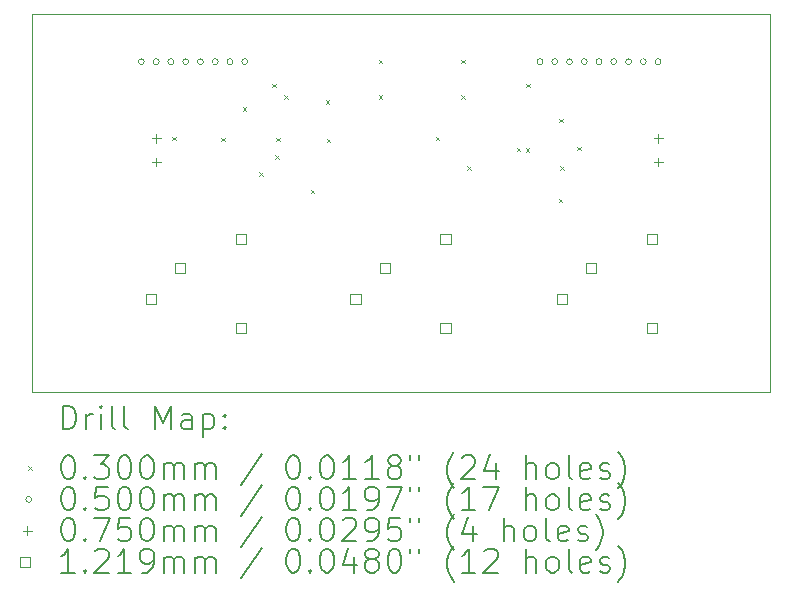
<source format=gbr>
%TF.GenerationSoftware,KiCad,Pcbnew,9.0.0*%
%TF.CreationDate,2025-03-21T14:48:59+11:00*%
%TF.ProjectId,PCB_BackDesign,5043425f-4261-4636-9b44-657369676e2e,rev?*%
%TF.SameCoordinates,Original*%
%TF.FileFunction,Drillmap*%
%TF.FilePolarity,Positive*%
%FSLAX45Y45*%
G04 Gerber Fmt 4.5, Leading zero omitted, Abs format (unit mm)*
G04 Created by KiCad (PCBNEW 9.0.0) date 2025-03-21 14:48:59*
%MOMM*%
%LPD*%
G01*
G04 APERTURE LIST*
%ADD10C,0.050000*%
%ADD11C,0.200000*%
%ADD12C,0.100000*%
%ADD13C,0.121920*%
G04 APERTURE END LIST*
D10*
X17200000Y-6700000D02*
X17200000Y-9900000D01*
X10950000Y-6700000D02*
X17200000Y-6700000D01*
X17200000Y-9900000D02*
X10950000Y-9900000D01*
X10950000Y-9900000D02*
X10950000Y-6700000D01*
D11*
D12*
X12135000Y-7735000D02*
X12165000Y-7765000D01*
X12165000Y-7735000D02*
X12135000Y-7765000D01*
X12549500Y-7746000D02*
X12579500Y-7776000D01*
X12579500Y-7746000D02*
X12549500Y-7776000D01*
X12735000Y-7485000D02*
X12765000Y-7515000D01*
X12765000Y-7485000D02*
X12735000Y-7515000D01*
X12872583Y-8035653D02*
X12902583Y-8065653D01*
X12902583Y-8035653D02*
X12872583Y-8065653D01*
X12985000Y-7285000D02*
X13015000Y-7315000D01*
X13015000Y-7285000D02*
X12985000Y-7315000D01*
X13006250Y-7892250D02*
X13036250Y-7922250D01*
X13036250Y-7892250D02*
X13006250Y-7922250D01*
X13017000Y-7742250D02*
X13047000Y-7772250D01*
X13047000Y-7742250D02*
X13017000Y-7772250D01*
X13085000Y-7385000D02*
X13115000Y-7415000D01*
X13115000Y-7385000D02*
X13085000Y-7415000D01*
X13310000Y-8185000D02*
X13340000Y-8215000D01*
X13340000Y-8185000D02*
X13310000Y-8215000D01*
X13435000Y-7425000D02*
X13465000Y-7455000D01*
X13465000Y-7425000D02*
X13435000Y-7455000D01*
X13445750Y-7753250D02*
X13475750Y-7783250D01*
X13475750Y-7753250D02*
X13445750Y-7783250D01*
X13885000Y-7085000D02*
X13915000Y-7115000D01*
X13915000Y-7085000D02*
X13885000Y-7115000D01*
X13885000Y-7385000D02*
X13915000Y-7415000D01*
X13915000Y-7385000D02*
X13885000Y-7415000D01*
X14367188Y-7735000D02*
X14397188Y-7765000D01*
X14397188Y-7735000D02*
X14367188Y-7765000D01*
X14585000Y-7085000D02*
X14615000Y-7115000D01*
X14615000Y-7085000D02*
X14585000Y-7115000D01*
X14585000Y-7385000D02*
X14615000Y-7415000D01*
X14615000Y-7385000D02*
X14585000Y-7415000D01*
X14634688Y-7985243D02*
X14664688Y-8015243D01*
X14664688Y-7985243D02*
X14634688Y-8015243D01*
X15054500Y-7827079D02*
X15084500Y-7857079D01*
X15084500Y-7827079D02*
X15054500Y-7857079D01*
X15127563Y-7835178D02*
X15157563Y-7865178D01*
X15157563Y-7835178D02*
X15127563Y-7865178D01*
X15135000Y-7285000D02*
X15165000Y-7315000D01*
X15165000Y-7285000D02*
X15135000Y-7315000D01*
X15410000Y-8260000D02*
X15440000Y-8290000D01*
X15440000Y-8260000D02*
X15410000Y-8290000D01*
X15415063Y-7585000D02*
X15445063Y-7615000D01*
X15445063Y-7585000D02*
X15415063Y-7615000D01*
X15420000Y-7985000D02*
X15450000Y-8015000D01*
X15450000Y-7985000D02*
X15420000Y-8015000D01*
X15565063Y-7820000D02*
X15595063Y-7850000D01*
X15595063Y-7820000D02*
X15565063Y-7850000D01*
X11900000Y-7100000D02*
G75*
G02*
X11850000Y-7100000I-25000J0D01*
G01*
X11850000Y-7100000D02*
G75*
G02*
X11900000Y-7100000I25000J0D01*
G01*
X12025000Y-7100000D02*
G75*
G02*
X11975000Y-7100000I-25000J0D01*
G01*
X11975000Y-7100000D02*
G75*
G02*
X12025000Y-7100000I25000J0D01*
G01*
X12150000Y-7100000D02*
G75*
G02*
X12100000Y-7100000I-25000J0D01*
G01*
X12100000Y-7100000D02*
G75*
G02*
X12150000Y-7100000I25000J0D01*
G01*
X12275000Y-7100000D02*
G75*
G02*
X12225000Y-7100000I-25000J0D01*
G01*
X12225000Y-7100000D02*
G75*
G02*
X12275000Y-7100000I25000J0D01*
G01*
X12400000Y-7100000D02*
G75*
G02*
X12350000Y-7100000I-25000J0D01*
G01*
X12350000Y-7100000D02*
G75*
G02*
X12400000Y-7100000I25000J0D01*
G01*
X12525000Y-7100000D02*
G75*
G02*
X12475000Y-7100000I-25000J0D01*
G01*
X12475000Y-7100000D02*
G75*
G02*
X12525000Y-7100000I25000J0D01*
G01*
X12650000Y-7100000D02*
G75*
G02*
X12600000Y-7100000I-25000J0D01*
G01*
X12600000Y-7100000D02*
G75*
G02*
X12650000Y-7100000I25000J0D01*
G01*
X12775000Y-7100000D02*
G75*
G02*
X12725000Y-7100000I-25000J0D01*
G01*
X12725000Y-7100000D02*
G75*
G02*
X12775000Y-7100000I25000J0D01*
G01*
X15275000Y-7100000D02*
G75*
G02*
X15225000Y-7100000I-25000J0D01*
G01*
X15225000Y-7100000D02*
G75*
G02*
X15275000Y-7100000I25000J0D01*
G01*
X15400000Y-7100000D02*
G75*
G02*
X15350000Y-7100000I-25000J0D01*
G01*
X15350000Y-7100000D02*
G75*
G02*
X15400000Y-7100000I25000J0D01*
G01*
X15525000Y-7100000D02*
G75*
G02*
X15475000Y-7100000I-25000J0D01*
G01*
X15475000Y-7100000D02*
G75*
G02*
X15525000Y-7100000I25000J0D01*
G01*
X15650000Y-7100000D02*
G75*
G02*
X15600000Y-7100000I-25000J0D01*
G01*
X15600000Y-7100000D02*
G75*
G02*
X15650000Y-7100000I25000J0D01*
G01*
X15775000Y-7100000D02*
G75*
G02*
X15725000Y-7100000I-25000J0D01*
G01*
X15725000Y-7100000D02*
G75*
G02*
X15775000Y-7100000I25000J0D01*
G01*
X15900000Y-7100000D02*
G75*
G02*
X15850000Y-7100000I-25000J0D01*
G01*
X15850000Y-7100000D02*
G75*
G02*
X15900000Y-7100000I25000J0D01*
G01*
X16025000Y-7100000D02*
G75*
G02*
X15975000Y-7100000I-25000J0D01*
G01*
X15975000Y-7100000D02*
G75*
G02*
X16025000Y-7100000I25000J0D01*
G01*
X16150000Y-7100000D02*
G75*
G02*
X16100000Y-7100000I-25000J0D01*
G01*
X16100000Y-7100000D02*
G75*
G02*
X16150000Y-7100000I25000J0D01*
G01*
X16275000Y-7100000D02*
G75*
G02*
X16225000Y-7100000I-25000J0D01*
G01*
X16225000Y-7100000D02*
G75*
G02*
X16275000Y-7100000I25000J0D01*
G01*
X12000000Y-7712500D02*
X12000000Y-7787500D01*
X11962500Y-7750000D02*
X12037500Y-7750000D01*
X12000000Y-7912500D02*
X12000000Y-7987500D01*
X11962500Y-7950000D02*
X12037500Y-7950000D01*
X16250000Y-7712500D02*
X16250000Y-7787500D01*
X16212500Y-7750000D02*
X16287500Y-7750000D01*
X16250000Y-7912500D02*
X16250000Y-7987500D01*
X16212500Y-7950000D02*
X16287500Y-7950000D01*
D13*
X11996726Y-9151106D02*
X11996726Y-9064894D01*
X11910514Y-9064894D01*
X11910514Y-9151106D01*
X11996726Y-9151106D01*
X12243106Y-8889486D02*
X12243106Y-8803274D01*
X12156894Y-8803274D01*
X12156894Y-8889486D01*
X12243106Y-8889486D01*
X12758726Y-8643106D02*
X12758726Y-8556894D01*
X12672514Y-8556894D01*
X12672514Y-8643106D01*
X12758726Y-8643106D01*
X12758726Y-9397486D02*
X12758726Y-9311274D01*
X12672514Y-9311274D01*
X12672514Y-9397486D01*
X12758726Y-9397486D01*
X13731106Y-9154726D02*
X13731106Y-9068514D01*
X13644894Y-9068514D01*
X13644894Y-9154726D01*
X13731106Y-9154726D01*
X13977486Y-8893106D02*
X13977486Y-8806894D01*
X13891274Y-8806894D01*
X13891274Y-8893106D01*
X13977486Y-8893106D01*
X14493106Y-8646726D02*
X14493106Y-8560514D01*
X14406894Y-8560514D01*
X14406894Y-8646726D01*
X14493106Y-8646726D01*
X14493106Y-9401106D02*
X14493106Y-9314894D01*
X14406894Y-9314894D01*
X14406894Y-9401106D01*
X14493106Y-9401106D01*
X15481106Y-9151106D02*
X15481106Y-9064894D01*
X15394894Y-9064894D01*
X15394894Y-9151106D01*
X15481106Y-9151106D01*
X15727486Y-8889486D02*
X15727486Y-8803274D01*
X15641274Y-8803274D01*
X15641274Y-8889486D01*
X15727486Y-8889486D01*
X16243106Y-8643106D02*
X16243106Y-8556894D01*
X16156894Y-8556894D01*
X16156894Y-8643106D01*
X16243106Y-8643106D01*
X16243106Y-9397486D02*
X16243106Y-9311274D01*
X16156894Y-9311274D01*
X16156894Y-9397486D01*
X16243106Y-9397486D01*
D11*
X11208277Y-10213984D02*
X11208277Y-10013984D01*
X11208277Y-10013984D02*
X11255896Y-10013984D01*
X11255896Y-10013984D02*
X11284467Y-10023508D01*
X11284467Y-10023508D02*
X11303515Y-10042555D01*
X11303515Y-10042555D02*
X11313039Y-10061603D01*
X11313039Y-10061603D02*
X11322562Y-10099698D01*
X11322562Y-10099698D02*
X11322562Y-10128270D01*
X11322562Y-10128270D02*
X11313039Y-10166365D01*
X11313039Y-10166365D02*
X11303515Y-10185412D01*
X11303515Y-10185412D02*
X11284467Y-10204460D01*
X11284467Y-10204460D02*
X11255896Y-10213984D01*
X11255896Y-10213984D02*
X11208277Y-10213984D01*
X11408277Y-10213984D02*
X11408277Y-10080650D01*
X11408277Y-10118746D02*
X11417801Y-10099698D01*
X11417801Y-10099698D02*
X11427324Y-10090174D01*
X11427324Y-10090174D02*
X11446372Y-10080650D01*
X11446372Y-10080650D02*
X11465420Y-10080650D01*
X11532086Y-10213984D02*
X11532086Y-10080650D01*
X11532086Y-10013984D02*
X11522562Y-10023508D01*
X11522562Y-10023508D02*
X11532086Y-10033031D01*
X11532086Y-10033031D02*
X11541610Y-10023508D01*
X11541610Y-10023508D02*
X11532086Y-10013984D01*
X11532086Y-10013984D02*
X11532086Y-10033031D01*
X11655896Y-10213984D02*
X11636848Y-10204460D01*
X11636848Y-10204460D02*
X11627324Y-10185412D01*
X11627324Y-10185412D02*
X11627324Y-10013984D01*
X11760658Y-10213984D02*
X11741610Y-10204460D01*
X11741610Y-10204460D02*
X11732086Y-10185412D01*
X11732086Y-10185412D02*
X11732086Y-10013984D01*
X11989229Y-10213984D02*
X11989229Y-10013984D01*
X11989229Y-10013984D02*
X12055896Y-10156841D01*
X12055896Y-10156841D02*
X12122562Y-10013984D01*
X12122562Y-10013984D02*
X12122562Y-10213984D01*
X12303515Y-10213984D02*
X12303515Y-10109222D01*
X12303515Y-10109222D02*
X12293991Y-10090174D01*
X12293991Y-10090174D02*
X12274943Y-10080650D01*
X12274943Y-10080650D02*
X12236848Y-10080650D01*
X12236848Y-10080650D02*
X12217801Y-10090174D01*
X12303515Y-10204460D02*
X12284467Y-10213984D01*
X12284467Y-10213984D02*
X12236848Y-10213984D01*
X12236848Y-10213984D02*
X12217801Y-10204460D01*
X12217801Y-10204460D02*
X12208277Y-10185412D01*
X12208277Y-10185412D02*
X12208277Y-10166365D01*
X12208277Y-10166365D02*
X12217801Y-10147317D01*
X12217801Y-10147317D02*
X12236848Y-10137793D01*
X12236848Y-10137793D02*
X12284467Y-10137793D01*
X12284467Y-10137793D02*
X12303515Y-10128270D01*
X12398753Y-10080650D02*
X12398753Y-10280650D01*
X12398753Y-10090174D02*
X12417801Y-10080650D01*
X12417801Y-10080650D02*
X12455896Y-10080650D01*
X12455896Y-10080650D02*
X12474943Y-10090174D01*
X12474943Y-10090174D02*
X12484467Y-10099698D01*
X12484467Y-10099698D02*
X12493991Y-10118746D01*
X12493991Y-10118746D02*
X12493991Y-10175889D01*
X12493991Y-10175889D02*
X12484467Y-10194936D01*
X12484467Y-10194936D02*
X12474943Y-10204460D01*
X12474943Y-10204460D02*
X12455896Y-10213984D01*
X12455896Y-10213984D02*
X12417801Y-10213984D01*
X12417801Y-10213984D02*
X12398753Y-10204460D01*
X12579705Y-10194936D02*
X12589229Y-10204460D01*
X12589229Y-10204460D02*
X12579705Y-10213984D01*
X12579705Y-10213984D02*
X12570182Y-10204460D01*
X12570182Y-10204460D02*
X12579705Y-10194936D01*
X12579705Y-10194936D02*
X12579705Y-10213984D01*
X12579705Y-10090174D02*
X12589229Y-10099698D01*
X12589229Y-10099698D02*
X12579705Y-10109222D01*
X12579705Y-10109222D02*
X12570182Y-10099698D01*
X12570182Y-10099698D02*
X12579705Y-10090174D01*
X12579705Y-10090174D02*
X12579705Y-10109222D01*
D12*
X10917500Y-10527500D02*
X10947500Y-10557500D01*
X10947500Y-10527500D02*
X10917500Y-10557500D01*
D11*
X11246372Y-10433984D02*
X11265420Y-10433984D01*
X11265420Y-10433984D02*
X11284467Y-10443508D01*
X11284467Y-10443508D02*
X11293991Y-10453031D01*
X11293991Y-10453031D02*
X11303515Y-10472079D01*
X11303515Y-10472079D02*
X11313039Y-10510174D01*
X11313039Y-10510174D02*
X11313039Y-10557793D01*
X11313039Y-10557793D02*
X11303515Y-10595889D01*
X11303515Y-10595889D02*
X11293991Y-10614936D01*
X11293991Y-10614936D02*
X11284467Y-10624460D01*
X11284467Y-10624460D02*
X11265420Y-10633984D01*
X11265420Y-10633984D02*
X11246372Y-10633984D01*
X11246372Y-10633984D02*
X11227324Y-10624460D01*
X11227324Y-10624460D02*
X11217801Y-10614936D01*
X11217801Y-10614936D02*
X11208277Y-10595889D01*
X11208277Y-10595889D02*
X11198753Y-10557793D01*
X11198753Y-10557793D02*
X11198753Y-10510174D01*
X11198753Y-10510174D02*
X11208277Y-10472079D01*
X11208277Y-10472079D02*
X11217801Y-10453031D01*
X11217801Y-10453031D02*
X11227324Y-10443508D01*
X11227324Y-10443508D02*
X11246372Y-10433984D01*
X11398753Y-10614936D02*
X11408277Y-10624460D01*
X11408277Y-10624460D02*
X11398753Y-10633984D01*
X11398753Y-10633984D02*
X11389229Y-10624460D01*
X11389229Y-10624460D02*
X11398753Y-10614936D01*
X11398753Y-10614936D02*
X11398753Y-10633984D01*
X11474943Y-10433984D02*
X11598753Y-10433984D01*
X11598753Y-10433984D02*
X11532086Y-10510174D01*
X11532086Y-10510174D02*
X11560658Y-10510174D01*
X11560658Y-10510174D02*
X11579705Y-10519698D01*
X11579705Y-10519698D02*
X11589229Y-10529222D01*
X11589229Y-10529222D02*
X11598753Y-10548270D01*
X11598753Y-10548270D02*
X11598753Y-10595889D01*
X11598753Y-10595889D02*
X11589229Y-10614936D01*
X11589229Y-10614936D02*
X11579705Y-10624460D01*
X11579705Y-10624460D02*
X11560658Y-10633984D01*
X11560658Y-10633984D02*
X11503515Y-10633984D01*
X11503515Y-10633984D02*
X11484467Y-10624460D01*
X11484467Y-10624460D02*
X11474943Y-10614936D01*
X11722562Y-10433984D02*
X11741610Y-10433984D01*
X11741610Y-10433984D02*
X11760658Y-10443508D01*
X11760658Y-10443508D02*
X11770182Y-10453031D01*
X11770182Y-10453031D02*
X11779705Y-10472079D01*
X11779705Y-10472079D02*
X11789229Y-10510174D01*
X11789229Y-10510174D02*
X11789229Y-10557793D01*
X11789229Y-10557793D02*
X11779705Y-10595889D01*
X11779705Y-10595889D02*
X11770182Y-10614936D01*
X11770182Y-10614936D02*
X11760658Y-10624460D01*
X11760658Y-10624460D02*
X11741610Y-10633984D01*
X11741610Y-10633984D02*
X11722562Y-10633984D01*
X11722562Y-10633984D02*
X11703515Y-10624460D01*
X11703515Y-10624460D02*
X11693991Y-10614936D01*
X11693991Y-10614936D02*
X11684467Y-10595889D01*
X11684467Y-10595889D02*
X11674943Y-10557793D01*
X11674943Y-10557793D02*
X11674943Y-10510174D01*
X11674943Y-10510174D02*
X11684467Y-10472079D01*
X11684467Y-10472079D02*
X11693991Y-10453031D01*
X11693991Y-10453031D02*
X11703515Y-10443508D01*
X11703515Y-10443508D02*
X11722562Y-10433984D01*
X11913039Y-10433984D02*
X11932086Y-10433984D01*
X11932086Y-10433984D02*
X11951134Y-10443508D01*
X11951134Y-10443508D02*
X11960658Y-10453031D01*
X11960658Y-10453031D02*
X11970182Y-10472079D01*
X11970182Y-10472079D02*
X11979705Y-10510174D01*
X11979705Y-10510174D02*
X11979705Y-10557793D01*
X11979705Y-10557793D02*
X11970182Y-10595889D01*
X11970182Y-10595889D02*
X11960658Y-10614936D01*
X11960658Y-10614936D02*
X11951134Y-10624460D01*
X11951134Y-10624460D02*
X11932086Y-10633984D01*
X11932086Y-10633984D02*
X11913039Y-10633984D01*
X11913039Y-10633984D02*
X11893991Y-10624460D01*
X11893991Y-10624460D02*
X11884467Y-10614936D01*
X11884467Y-10614936D02*
X11874943Y-10595889D01*
X11874943Y-10595889D02*
X11865420Y-10557793D01*
X11865420Y-10557793D02*
X11865420Y-10510174D01*
X11865420Y-10510174D02*
X11874943Y-10472079D01*
X11874943Y-10472079D02*
X11884467Y-10453031D01*
X11884467Y-10453031D02*
X11893991Y-10443508D01*
X11893991Y-10443508D02*
X11913039Y-10433984D01*
X12065420Y-10633984D02*
X12065420Y-10500650D01*
X12065420Y-10519698D02*
X12074943Y-10510174D01*
X12074943Y-10510174D02*
X12093991Y-10500650D01*
X12093991Y-10500650D02*
X12122563Y-10500650D01*
X12122563Y-10500650D02*
X12141610Y-10510174D01*
X12141610Y-10510174D02*
X12151134Y-10529222D01*
X12151134Y-10529222D02*
X12151134Y-10633984D01*
X12151134Y-10529222D02*
X12160658Y-10510174D01*
X12160658Y-10510174D02*
X12179705Y-10500650D01*
X12179705Y-10500650D02*
X12208277Y-10500650D01*
X12208277Y-10500650D02*
X12227324Y-10510174D01*
X12227324Y-10510174D02*
X12236848Y-10529222D01*
X12236848Y-10529222D02*
X12236848Y-10633984D01*
X12332086Y-10633984D02*
X12332086Y-10500650D01*
X12332086Y-10519698D02*
X12341610Y-10510174D01*
X12341610Y-10510174D02*
X12360658Y-10500650D01*
X12360658Y-10500650D02*
X12389229Y-10500650D01*
X12389229Y-10500650D02*
X12408277Y-10510174D01*
X12408277Y-10510174D02*
X12417801Y-10529222D01*
X12417801Y-10529222D02*
X12417801Y-10633984D01*
X12417801Y-10529222D02*
X12427324Y-10510174D01*
X12427324Y-10510174D02*
X12446372Y-10500650D01*
X12446372Y-10500650D02*
X12474943Y-10500650D01*
X12474943Y-10500650D02*
X12493991Y-10510174D01*
X12493991Y-10510174D02*
X12503515Y-10529222D01*
X12503515Y-10529222D02*
X12503515Y-10633984D01*
X12893991Y-10424460D02*
X12722563Y-10681603D01*
X13151134Y-10433984D02*
X13170182Y-10433984D01*
X13170182Y-10433984D02*
X13189229Y-10443508D01*
X13189229Y-10443508D02*
X13198753Y-10453031D01*
X13198753Y-10453031D02*
X13208277Y-10472079D01*
X13208277Y-10472079D02*
X13217801Y-10510174D01*
X13217801Y-10510174D02*
X13217801Y-10557793D01*
X13217801Y-10557793D02*
X13208277Y-10595889D01*
X13208277Y-10595889D02*
X13198753Y-10614936D01*
X13198753Y-10614936D02*
X13189229Y-10624460D01*
X13189229Y-10624460D02*
X13170182Y-10633984D01*
X13170182Y-10633984D02*
X13151134Y-10633984D01*
X13151134Y-10633984D02*
X13132086Y-10624460D01*
X13132086Y-10624460D02*
X13122563Y-10614936D01*
X13122563Y-10614936D02*
X13113039Y-10595889D01*
X13113039Y-10595889D02*
X13103515Y-10557793D01*
X13103515Y-10557793D02*
X13103515Y-10510174D01*
X13103515Y-10510174D02*
X13113039Y-10472079D01*
X13113039Y-10472079D02*
X13122563Y-10453031D01*
X13122563Y-10453031D02*
X13132086Y-10443508D01*
X13132086Y-10443508D02*
X13151134Y-10433984D01*
X13303515Y-10614936D02*
X13313039Y-10624460D01*
X13313039Y-10624460D02*
X13303515Y-10633984D01*
X13303515Y-10633984D02*
X13293991Y-10624460D01*
X13293991Y-10624460D02*
X13303515Y-10614936D01*
X13303515Y-10614936D02*
X13303515Y-10633984D01*
X13436848Y-10433984D02*
X13455896Y-10433984D01*
X13455896Y-10433984D02*
X13474944Y-10443508D01*
X13474944Y-10443508D02*
X13484467Y-10453031D01*
X13484467Y-10453031D02*
X13493991Y-10472079D01*
X13493991Y-10472079D02*
X13503515Y-10510174D01*
X13503515Y-10510174D02*
X13503515Y-10557793D01*
X13503515Y-10557793D02*
X13493991Y-10595889D01*
X13493991Y-10595889D02*
X13484467Y-10614936D01*
X13484467Y-10614936D02*
X13474944Y-10624460D01*
X13474944Y-10624460D02*
X13455896Y-10633984D01*
X13455896Y-10633984D02*
X13436848Y-10633984D01*
X13436848Y-10633984D02*
X13417801Y-10624460D01*
X13417801Y-10624460D02*
X13408277Y-10614936D01*
X13408277Y-10614936D02*
X13398753Y-10595889D01*
X13398753Y-10595889D02*
X13389229Y-10557793D01*
X13389229Y-10557793D02*
X13389229Y-10510174D01*
X13389229Y-10510174D02*
X13398753Y-10472079D01*
X13398753Y-10472079D02*
X13408277Y-10453031D01*
X13408277Y-10453031D02*
X13417801Y-10443508D01*
X13417801Y-10443508D02*
X13436848Y-10433984D01*
X13693991Y-10633984D02*
X13579706Y-10633984D01*
X13636848Y-10633984D02*
X13636848Y-10433984D01*
X13636848Y-10433984D02*
X13617801Y-10462555D01*
X13617801Y-10462555D02*
X13598753Y-10481603D01*
X13598753Y-10481603D02*
X13579706Y-10491127D01*
X13884467Y-10633984D02*
X13770182Y-10633984D01*
X13827325Y-10633984D02*
X13827325Y-10433984D01*
X13827325Y-10433984D02*
X13808277Y-10462555D01*
X13808277Y-10462555D02*
X13789229Y-10481603D01*
X13789229Y-10481603D02*
X13770182Y-10491127D01*
X13998753Y-10519698D02*
X13979706Y-10510174D01*
X13979706Y-10510174D02*
X13970182Y-10500650D01*
X13970182Y-10500650D02*
X13960658Y-10481603D01*
X13960658Y-10481603D02*
X13960658Y-10472079D01*
X13960658Y-10472079D02*
X13970182Y-10453031D01*
X13970182Y-10453031D02*
X13979706Y-10443508D01*
X13979706Y-10443508D02*
X13998753Y-10433984D01*
X13998753Y-10433984D02*
X14036848Y-10433984D01*
X14036848Y-10433984D02*
X14055896Y-10443508D01*
X14055896Y-10443508D02*
X14065420Y-10453031D01*
X14065420Y-10453031D02*
X14074944Y-10472079D01*
X14074944Y-10472079D02*
X14074944Y-10481603D01*
X14074944Y-10481603D02*
X14065420Y-10500650D01*
X14065420Y-10500650D02*
X14055896Y-10510174D01*
X14055896Y-10510174D02*
X14036848Y-10519698D01*
X14036848Y-10519698D02*
X13998753Y-10519698D01*
X13998753Y-10519698D02*
X13979706Y-10529222D01*
X13979706Y-10529222D02*
X13970182Y-10538746D01*
X13970182Y-10538746D02*
X13960658Y-10557793D01*
X13960658Y-10557793D02*
X13960658Y-10595889D01*
X13960658Y-10595889D02*
X13970182Y-10614936D01*
X13970182Y-10614936D02*
X13979706Y-10624460D01*
X13979706Y-10624460D02*
X13998753Y-10633984D01*
X13998753Y-10633984D02*
X14036848Y-10633984D01*
X14036848Y-10633984D02*
X14055896Y-10624460D01*
X14055896Y-10624460D02*
X14065420Y-10614936D01*
X14065420Y-10614936D02*
X14074944Y-10595889D01*
X14074944Y-10595889D02*
X14074944Y-10557793D01*
X14074944Y-10557793D02*
X14065420Y-10538746D01*
X14065420Y-10538746D02*
X14055896Y-10529222D01*
X14055896Y-10529222D02*
X14036848Y-10519698D01*
X14151134Y-10433984D02*
X14151134Y-10472079D01*
X14227325Y-10433984D02*
X14227325Y-10472079D01*
X14522563Y-10710174D02*
X14513039Y-10700650D01*
X14513039Y-10700650D02*
X14493991Y-10672079D01*
X14493991Y-10672079D02*
X14484468Y-10653031D01*
X14484468Y-10653031D02*
X14474944Y-10624460D01*
X14474944Y-10624460D02*
X14465420Y-10576841D01*
X14465420Y-10576841D02*
X14465420Y-10538746D01*
X14465420Y-10538746D02*
X14474944Y-10491127D01*
X14474944Y-10491127D02*
X14484468Y-10462555D01*
X14484468Y-10462555D02*
X14493991Y-10443508D01*
X14493991Y-10443508D02*
X14513039Y-10414936D01*
X14513039Y-10414936D02*
X14522563Y-10405412D01*
X14589229Y-10453031D02*
X14598753Y-10443508D01*
X14598753Y-10443508D02*
X14617801Y-10433984D01*
X14617801Y-10433984D02*
X14665420Y-10433984D01*
X14665420Y-10433984D02*
X14684468Y-10443508D01*
X14684468Y-10443508D02*
X14693991Y-10453031D01*
X14693991Y-10453031D02*
X14703515Y-10472079D01*
X14703515Y-10472079D02*
X14703515Y-10491127D01*
X14703515Y-10491127D02*
X14693991Y-10519698D01*
X14693991Y-10519698D02*
X14579706Y-10633984D01*
X14579706Y-10633984D02*
X14703515Y-10633984D01*
X14874944Y-10500650D02*
X14874944Y-10633984D01*
X14827325Y-10424460D02*
X14779706Y-10567317D01*
X14779706Y-10567317D02*
X14903515Y-10567317D01*
X15132087Y-10633984D02*
X15132087Y-10433984D01*
X15217801Y-10633984D02*
X15217801Y-10529222D01*
X15217801Y-10529222D02*
X15208277Y-10510174D01*
X15208277Y-10510174D02*
X15189230Y-10500650D01*
X15189230Y-10500650D02*
X15160658Y-10500650D01*
X15160658Y-10500650D02*
X15141610Y-10510174D01*
X15141610Y-10510174D02*
X15132087Y-10519698D01*
X15341610Y-10633984D02*
X15322563Y-10624460D01*
X15322563Y-10624460D02*
X15313039Y-10614936D01*
X15313039Y-10614936D02*
X15303515Y-10595889D01*
X15303515Y-10595889D02*
X15303515Y-10538746D01*
X15303515Y-10538746D02*
X15313039Y-10519698D01*
X15313039Y-10519698D02*
X15322563Y-10510174D01*
X15322563Y-10510174D02*
X15341610Y-10500650D01*
X15341610Y-10500650D02*
X15370182Y-10500650D01*
X15370182Y-10500650D02*
X15389230Y-10510174D01*
X15389230Y-10510174D02*
X15398753Y-10519698D01*
X15398753Y-10519698D02*
X15408277Y-10538746D01*
X15408277Y-10538746D02*
X15408277Y-10595889D01*
X15408277Y-10595889D02*
X15398753Y-10614936D01*
X15398753Y-10614936D02*
X15389230Y-10624460D01*
X15389230Y-10624460D02*
X15370182Y-10633984D01*
X15370182Y-10633984D02*
X15341610Y-10633984D01*
X15522563Y-10633984D02*
X15503515Y-10624460D01*
X15503515Y-10624460D02*
X15493991Y-10605412D01*
X15493991Y-10605412D02*
X15493991Y-10433984D01*
X15674944Y-10624460D02*
X15655896Y-10633984D01*
X15655896Y-10633984D02*
X15617801Y-10633984D01*
X15617801Y-10633984D02*
X15598753Y-10624460D01*
X15598753Y-10624460D02*
X15589230Y-10605412D01*
X15589230Y-10605412D02*
X15589230Y-10529222D01*
X15589230Y-10529222D02*
X15598753Y-10510174D01*
X15598753Y-10510174D02*
X15617801Y-10500650D01*
X15617801Y-10500650D02*
X15655896Y-10500650D01*
X15655896Y-10500650D02*
X15674944Y-10510174D01*
X15674944Y-10510174D02*
X15684468Y-10529222D01*
X15684468Y-10529222D02*
X15684468Y-10548270D01*
X15684468Y-10548270D02*
X15589230Y-10567317D01*
X15760658Y-10624460D02*
X15779706Y-10633984D01*
X15779706Y-10633984D02*
X15817801Y-10633984D01*
X15817801Y-10633984D02*
X15836849Y-10624460D01*
X15836849Y-10624460D02*
X15846372Y-10605412D01*
X15846372Y-10605412D02*
X15846372Y-10595889D01*
X15846372Y-10595889D02*
X15836849Y-10576841D01*
X15836849Y-10576841D02*
X15817801Y-10567317D01*
X15817801Y-10567317D02*
X15789230Y-10567317D01*
X15789230Y-10567317D02*
X15770182Y-10557793D01*
X15770182Y-10557793D02*
X15760658Y-10538746D01*
X15760658Y-10538746D02*
X15760658Y-10529222D01*
X15760658Y-10529222D02*
X15770182Y-10510174D01*
X15770182Y-10510174D02*
X15789230Y-10500650D01*
X15789230Y-10500650D02*
X15817801Y-10500650D01*
X15817801Y-10500650D02*
X15836849Y-10510174D01*
X15913039Y-10710174D02*
X15922563Y-10700650D01*
X15922563Y-10700650D02*
X15941611Y-10672079D01*
X15941611Y-10672079D02*
X15951134Y-10653031D01*
X15951134Y-10653031D02*
X15960658Y-10624460D01*
X15960658Y-10624460D02*
X15970182Y-10576841D01*
X15970182Y-10576841D02*
X15970182Y-10538746D01*
X15970182Y-10538746D02*
X15960658Y-10491127D01*
X15960658Y-10491127D02*
X15951134Y-10462555D01*
X15951134Y-10462555D02*
X15941611Y-10443508D01*
X15941611Y-10443508D02*
X15922563Y-10414936D01*
X15922563Y-10414936D02*
X15913039Y-10405412D01*
D12*
X10947500Y-10806500D02*
G75*
G02*
X10897500Y-10806500I-25000J0D01*
G01*
X10897500Y-10806500D02*
G75*
G02*
X10947500Y-10806500I25000J0D01*
G01*
D11*
X11246372Y-10697984D02*
X11265420Y-10697984D01*
X11265420Y-10697984D02*
X11284467Y-10707508D01*
X11284467Y-10707508D02*
X11293991Y-10717031D01*
X11293991Y-10717031D02*
X11303515Y-10736079D01*
X11303515Y-10736079D02*
X11313039Y-10774174D01*
X11313039Y-10774174D02*
X11313039Y-10821793D01*
X11313039Y-10821793D02*
X11303515Y-10859889D01*
X11303515Y-10859889D02*
X11293991Y-10878936D01*
X11293991Y-10878936D02*
X11284467Y-10888460D01*
X11284467Y-10888460D02*
X11265420Y-10897984D01*
X11265420Y-10897984D02*
X11246372Y-10897984D01*
X11246372Y-10897984D02*
X11227324Y-10888460D01*
X11227324Y-10888460D02*
X11217801Y-10878936D01*
X11217801Y-10878936D02*
X11208277Y-10859889D01*
X11208277Y-10859889D02*
X11198753Y-10821793D01*
X11198753Y-10821793D02*
X11198753Y-10774174D01*
X11198753Y-10774174D02*
X11208277Y-10736079D01*
X11208277Y-10736079D02*
X11217801Y-10717031D01*
X11217801Y-10717031D02*
X11227324Y-10707508D01*
X11227324Y-10707508D02*
X11246372Y-10697984D01*
X11398753Y-10878936D02*
X11408277Y-10888460D01*
X11408277Y-10888460D02*
X11398753Y-10897984D01*
X11398753Y-10897984D02*
X11389229Y-10888460D01*
X11389229Y-10888460D02*
X11398753Y-10878936D01*
X11398753Y-10878936D02*
X11398753Y-10897984D01*
X11589229Y-10697984D02*
X11493991Y-10697984D01*
X11493991Y-10697984D02*
X11484467Y-10793222D01*
X11484467Y-10793222D02*
X11493991Y-10783698D01*
X11493991Y-10783698D02*
X11513039Y-10774174D01*
X11513039Y-10774174D02*
X11560658Y-10774174D01*
X11560658Y-10774174D02*
X11579705Y-10783698D01*
X11579705Y-10783698D02*
X11589229Y-10793222D01*
X11589229Y-10793222D02*
X11598753Y-10812270D01*
X11598753Y-10812270D02*
X11598753Y-10859889D01*
X11598753Y-10859889D02*
X11589229Y-10878936D01*
X11589229Y-10878936D02*
X11579705Y-10888460D01*
X11579705Y-10888460D02*
X11560658Y-10897984D01*
X11560658Y-10897984D02*
X11513039Y-10897984D01*
X11513039Y-10897984D02*
X11493991Y-10888460D01*
X11493991Y-10888460D02*
X11484467Y-10878936D01*
X11722562Y-10697984D02*
X11741610Y-10697984D01*
X11741610Y-10697984D02*
X11760658Y-10707508D01*
X11760658Y-10707508D02*
X11770182Y-10717031D01*
X11770182Y-10717031D02*
X11779705Y-10736079D01*
X11779705Y-10736079D02*
X11789229Y-10774174D01*
X11789229Y-10774174D02*
X11789229Y-10821793D01*
X11789229Y-10821793D02*
X11779705Y-10859889D01*
X11779705Y-10859889D02*
X11770182Y-10878936D01*
X11770182Y-10878936D02*
X11760658Y-10888460D01*
X11760658Y-10888460D02*
X11741610Y-10897984D01*
X11741610Y-10897984D02*
X11722562Y-10897984D01*
X11722562Y-10897984D02*
X11703515Y-10888460D01*
X11703515Y-10888460D02*
X11693991Y-10878936D01*
X11693991Y-10878936D02*
X11684467Y-10859889D01*
X11684467Y-10859889D02*
X11674943Y-10821793D01*
X11674943Y-10821793D02*
X11674943Y-10774174D01*
X11674943Y-10774174D02*
X11684467Y-10736079D01*
X11684467Y-10736079D02*
X11693991Y-10717031D01*
X11693991Y-10717031D02*
X11703515Y-10707508D01*
X11703515Y-10707508D02*
X11722562Y-10697984D01*
X11913039Y-10697984D02*
X11932086Y-10697984D01*
X11932086Y-10697984D02*
X11951134Y-10707508D01*
X11951134Y-10707508D02*
X11960658Y-10717031D01*
X11960658Y-10717031D02*
X11970182Y-10736079D01*
X11970182Y-10736079D02*
X11979705Y-10774174D01*
X11979705Y-10774174D02*
X11979705Y-10821793D01*
X11979705Y-10821793D02*
X11970182Y-10859889D01*
X11970182Y-10859889D02*
X11960658Y-10878936D01*
X11960658Y-10878936D02*
X11951134Y-10888460D01*
X11951134Y-10888460D02*
X11932086Y-10897984D01*
X11932086Y-10897984D02*
X11913039Y-10897984D01*
X11913039Y-10897984D02*
X11893991Y-10888460D01*
X11893991Y-10888460D02*
X11884467Y-10878936D01*
X11884467Y-10878936D02*
X11874943Y-10859889D01*
X11874943Y-10859889D02*
X11865420Y-10821793D01*
X11865420Y-10821793D02*
X11865420Y-10774174D01*
X11865420Y-10774174D02*
X11874943Y-10736079D01*
X11874943Y-10736079D02*
X11884467Y-10717031D01*
X11884467Y-10717031D02*
X11893991Y-10707508D01*
X11893991Y-10707508D02*
X11913039Y-10697984D01*
X12065420Y-10897984D02*
X12065420Y-10764650D01*
X12065420Y-10783698D02*
X12074943Y-10774174D01*
X12074943Y-10774174D02*
X12093991Y-10764650D01*
X12093991Y-10764650D02*
X12122563Y-10764650D01*
X12122563Y-10764650D02*
X12141610Y-10774174D01*
X12141610Y-10774174D02*
X12151134Y-10793222D01*
X12151134Y-10793222D02*
X12151134Y-10897984D01*
X12151134Y-10793222D02*
X12160658Y-10774174D01*
X12160658Y-10774174D02*
X12179705Y-10764650D01*
X12179705Y-10764650D02*
X12208277Y-10764650D01*
X12208277Y-10764650D02*
X12227324Y-10774174D01*
X12227324Y-10774174D02*
X12236848Y-10793222D01*
X12236848Y-10793222D02*
X12236848Y-10897984D01*
X12332086Y-10897984D02*
X12332086Y-10764650D01*
X12332086Y-10783698D02*
X12341610Y-10774174D01*
X12341610Y-10774174D02*
X12360658Y-10764650D01*
X12360658Y-10764650D02*
X12389229Y-10764650D01*
X12389229Y-10764650D02*
X12408277Y-10774174D01*
X12408277Y-10774174D02*
X12417801Y-10793222D01*
X12417801Y-10793222D02*
X12417801Y-10897984D01*
X12417801Y-10793222D02*
X12427324Y-10774174D01*
X12427324Y-10774174D02*
X12446372Y-10764650D01*
X12446372Y-10764650D02*
X12474943Y-10764650D01*
X12474943Y-10764650D02*
X12493991Y-10774174D01*
X12493991Y-10774174D02*
X12503515Y-10793222D01*
X12503515Y-10793222D02*
X12503515Y-10897984D01*
X12893991Y-10688460D02*
X12722563Y-10945603D01*
X13151134Y-10697984D02*
X13170182Y-10697984D01*
X13170182Y-10697984D02*
X13189229Y-10707508D01*
X13189229Y-10707508D02*
X13198753Y-10717031D01*
X13198753Y-10717031D02*
X13208277Y-10736079D01*
X13208277Y-10736079D02*
X13217801Y-10774174D01*
X13217801Y-10774174D02*
X13217801Y-10821793D01*
X13217801Y-10821793D02*
X13208277Y-10859889D01*
X13208277Y-10859889D02*
X13198753Y-10878936D01*
X13198753Y-10878936D02*
X13189229Y-10888460D01*
X13189229Y-10888460D02*
X13170182Y-10897984D01*
X13170182Y-10897984D02*
X13151134Y-10897984D01*
X13151134Y-10897984D02*
X13132086Y-10888460D01*
X13132086Y-10888460D02*
X13122563Y-10878936D01*
X13122563Y-10878936D02*
X13113039Y-10859889D01*
X13113039Y-10859889D02*
X13103515Y-10821793D01*
X13103515Y-10821793D02*
X13103515Y-10774174D01*
X13103515Y-10774174D02*
X13113039Y-10736079D01*
X13113039Y-10736079D02*
X13122563Y-10717031D01*
X13122563Y-10717031D02*
X13132086Y-10707508D01*
X13132086Y-10707508D02*
X13151134Y-10697984D01*
X13303515Y-10878936D02*
X13313039Y-10888460D01*
X13313039Y-10888460D02*
X13303515Y-10897984D01*
X13303515Y-10897984D02*
X13293991Y-10888460D01*
X13293991Y-10888460D02*
X13303515Y-10878936D01*
X13303515Y-10878936D02*
X13303515Y-10897984D01*
X13436848Y-10697984D02*
X13455896Y-10697984D01*
X13455896Y-10697984D02*
X13474944Y-10707508D01*
X13474944Y-10707508D02*
X13484467Y-10717031D01*
X13484467Y-10717031D02*
X13493991Y-10736079D01*
X13493991Y-10736079D02*
X13503515Y-10774174D01*
X13503515Y-10774174D02*
X13503515Y-10821793D01*
X13503515Y-10821793D02*
X13493991Y-10859889D01*
X13493991Y-10859889D02*
X13484467Y-10878936D01*
X13484467Y-10878936D02*
X13474944Y-10888460D01*
X13474944Y-10888460D02*
X13455896Y-10897984D01*
X13455896Y-10897984D02*
X13436848Y-10897984D01*
X13436848Y-10897984D02*
X13417801Y-10888460D01*
X13417801Y-10888460D02*
X13408277Y-10878936D01*
X13408277Y-10878936D02*
X13398753Y-10859889D01*
X13398753Y-10859889D02*
X13389229Y-10821793D01*
X13389229Y-10821793D02*
X13389229Y-10774174D01*
X13389229Y-10774174D02*
X13398753Y-10736079D01*
X13398753Y-10736079D02*
X13408277Y-10717031D01*
X13408277Y-10717031D02*
X13417801Y-10707508D01*
X13417801Y-10707508D02*
X13436848Y-10697984D01*
X13693991Y-10897984D02*
X13579706Y-10897984D01*
X13636848Y-10897984D02*
X13636848Y-10697984D01*
X13636848Y-10697984D02*
X13617801Y-10726555D01*
X13617801Y-10726555D02*
X13598753Y-10745603D01*
X13598753Y-10745603D02*
X13579706Y-10755127D01*
X13789229Y-10897984D02*
X13827325Y-10897984D01*
X13827325Y-10897984D02*
X13846372Y-10888460D01*
X13846372Y-10888460D02*
X13855896Y-10878936D01*
X13855896Y-10878936D02*
X13874944Y-10850365D01*
X13874944Y-10850365D02*
X13884467Y-10812270D01*
X13884467Y-10812270D02*
X13884467Y-10736079D01*
X13884467Y-10736079D02*
X13874944Y-10717031D01*
X13874944Y-10717031D02*
X13865420Y-10707508D01*
X13865420Y-10707508D02*
X13846372Y-10697984D01*
X13846372Y-10697984D02*
X13808277Y-10697984D01*
X13808277Y-10697984D02*
X13789229Y-10707508D01*
X13789229Y-10707508D02*
X13779706Y-10717031D01*
X13779706Y-10717031D02*
X13770182Y-10736079D01*
X13770182Y-10736079D02*
X13770182Y-10783698D01*
X13770182Y-10783698D02*
X13779706Y-10802746D01*
X13779706Y-10802746D02*
X13789229Y-10812270D01*
X13789229Y-10812270D02*
X13808277Y-10821793D01*
X13808277Y-10821793D02*
X13846372Y-10821793D01*
X13846372Y-10821793D02*
X13865420Y-10812270D01*
X13865420Y-10812270D02*
X13874944Y-10802746D01*
X13874944Y-10802746D02*
X13884467Y-10783698D01*
X13951134Y-10697984D02*
X14084467Y-10697984D01*
X14084467Y-10697984D02*
X13998753Y-10897984D01*
X14151134Y-10697984D02*
X14151134Y-10736079D01*
X14227325Y-10697984D02*
X14227325Y-10736079D01*
X14522563Y-10974174D02*
X14513039Y-10964650D01*
X14513039Y-10964650D02*
X14493991Y-10936079D01*
X14493991Y-10936079D02*
X14484468Y-10917031D01*
X14484468Y-10917031D02*
X14474944Y-10888460D01*
X14474944Y-10888460D02*
X14465420Y-10840841D01*
X14465420Y-10840841D02*
X14465420Y-10802746D01*
X14465420Y-10802746D02*
X14474944Y-10755127D01*
X14474944Y-10755127D02*
X14484468Y-10726555D01*
X14484468Y-10726555D02*
X14493991Y-10707508D01*
X14493991Y-10707508D02*
X14513039Y-10678936D01*
X14513039Y-10678936D02*
X14522563Y-10669412D01*
X14703515Y-10897984D02*
X14589229Y-10897984D01*
X14646372Y-10897984D02*
X14646372Y-10697984D01*
X14646372Y-10697984D02*
X14627325Y-10726555D01*
X14627325Y-10726555D02*
X14608277Y-10745603D01*
X14608277Y-10745603D02*
X14589229Y-10755127D01*
X14770182Y-10697984D02*
X14903515Y-10697984D01*
X14903515Y-10697984D02*
X14817801Y-10897984D01*
X15132087Y-10897984D02*
X15132087Y-10697984D01*
X15217801Y-10897984D02*
X15217801Y-10793222D01*
X15217801Y-10793222D02*
X15208277Y-10774174D01*
X15208277Y-10774174D02*
X15189230Y-10764650D01*
X15189230Y-10764650D02*
X15160658Y-10764650D01*
X15160658Y-10764650D02*
X15141610Y-10774174D01*
X15141610Y-10774174D02*
X15132087Y-10783698D01*
X15341610Y-10897984D02*
X15322563Y-10888460D01*
X15322563Y-10888460D02*
X15313039Y-10878936D01*
X15313039Y-10878936D02*
X15303515Y-10859889D01*
X15303515Y-10859889D02*
X15303515Y-10802746D01*
X15303515Y-10802746D02*
X15313039Y-10783698D01*
X15313039Y-10783698D02*
X15322563Y-10774174D01*
X15322563Y-10774174D02*
X15341610Y-10764650D01*
X15341610Y-10764650D02*
X15370182Y-10764650D01*
X15370182Y-10764650D02*
X15389230Y-10774174D01*
X15389230Y-10774174D02*
X15398753Y-10783698D01*
X15398753Y-10783698D02*
X15408277Y-10802746D01*
X15408277Y-10802746D02*
X15408277Y-10859889D01*
X15408277Y-10859889D02*
X15398753Y-10878936D01*
X15398753Y-10878936D02*
X15389230Y-10888460D01*
X15389230Y-10888460D02*
X15370182Y-10897984D01*
X15370182Y-10897984D02*
X15341610Y-10897984D01*
X15522563Y-10897984D02*
X15503515Y-10888460D01*
X15503515Y-10888460D02*
X15493991Y-10869412D01*
X15493991Y-10869412D02*
X15493991Y-10697984D01*
X15674944Y-10888460D02*
X15655896Y-10897984D01*
X15655896Y-10897984D02*
X15617801Y-10897984D01*
X15617801Y-10897984D02*
X15598753Y-10888460D01*
X15598753Y-10888460D02*
X15589230Y-10869412D01*
X15589230Y-10869412D02*
X15589230Y-10793222D01*
X15589230Y-10793222D02*
X15598753Y-10774174D01*
X15598753Y-10774174D02*
X15617801Y-10764650D01*
X15617801Y-10764650D02*
X15655896Y-10764650D01*
X15655896Y-10764650D02*
X15674944Y-10774174D01*
X15674944Y-10774174D02*
X15684468Y-10793222D01*
X15684468Y-10793222D02*
X15684468Y-10812270D01*
X15684468Y-10812270D02*
X15589230Y-10831317D01*
X15760658Y-10888460D02*
X15779706Y-10897984D01*
X15779706Y-10897984D02*
X15817801Y-10897984D01*
X15817801Y-10897984D02*
X15836849Y-10888460D01*
X15836849Y-10888460D02*
X15846372Y-10869412D01*
X15846372Y-10869412D02*
X15846372Y-10859889D01*
X15846372Y-10859889D02*
X15836849Y-10840841D01*
X15836849Y-10840841D02*
X15817801Y-10831317D01*
X15817801Y-10831317D02*
X15789230Y-10831317D01*
X15789230Y-10831317D02*
X15770182Y-10821793D01*
X15770182Y-10821793D02*
X15760658Y-10802746D01*
X15760658Y-10802746D02*
X15760658Y-10793222D01*
X15760658Y-10793222D02*
X15770182Y-10774174D01*
X15770182Y-10774174D02*
X15789230Y-10764650D01*
X15789230Y-10764650D02*
X15817801Y-10764650D01*
X15817801Y-10764650D02*
X15836849Y-10774174D01*
X15913039Y-10974174D02*
X15922563Y-10964650D01*
X15922563Y-10964650D02*
X15941611Y-10936079D01*
X15941611Y-10936079D02*
X15951134Y-10917031D01*
X15951134Y-10917031D02*
X15960658Y-10888460D01*
X15960658Y-10888460D02*
X15970182Y-10840841D01*
X15970182Y-10840841D02*
X15970182Y-10802746D01*
X15970182Y-10802746D02*
X15960658Y-10755127D01*
X15960658Y-10755127D02*
X15951134Y-10726555D01*
X15951134Y-10726555D02*
X15941611Y-10707508D01*
X15941611Y-10707508D02*
X15922563Y-10678936D01*
X15922563Y-10678936D02*
X15913039Y-10669412D01*
D12*
X10910000Y-11033000D02*
X10910000Y-11108000D01*
X10872500Y-11070500D02*
X10947500Y-11070500D01*
D11*
X11246372Y-10961984D02*
X11265420Y-10961984D01*
X11265420Y-10961984D02*
X11284467Y-10971508D01*
X11284467Y-10971508D02*
X11293991Y-10981031D01*
X11293991Y-10981031D02*
X11303515Y-11000079D01*
X11303515Y-11000079D02*
X11313039Y-11038174D01*
X11313039Y-11038174D02*
X11313039Y-11085793D01*
X11313039Y-11085793D02*
X11303515Y-11123889D01*
X11303515Y-11123889D02*
X11293991Y-11142936D01*
X11293991Y-11142936D02*
X11284467Y-11152460D01*
X11284467Y-11152460D02*
X11265420Y-11161984D01*
X11265420Y-11161984D02*
X11246372Y-11161984D01*
X11246372Y-11161984D02*
X11227324Y-11152460D01*
X11227324Y-11152460D02*
X11217801Y-11142936D01*
X11217801Y-11142936D02*
X11208277Y-11123889D01*
X11208277Y-11123889D02*
X11198753Y-11085793D01*
X11198753Y-11085793D02*
X11198753Y-11038174D01*
X11198753Y-11038174D02*
X11208277Y-11000079D01*
X11208277Y-11000079D02*
X11217801Y-10981031D01*
X11217801Y-10981031D02*
X11227324Y-10971508D01*
X11227324Y-10971508D02*
X11246372Y-10961984D01*
X11398753Y-11142936D02*
X11408277Y-11152460D01*
X11408277Y-11152460D02*
X11398753Y-11161984D01*
X11398753Y-11161984D02*
X11389229Y-11152460D01*
X11389229Y-11152460D02*
X11398753Y-11142936D01*
X11398753Y-11142936D02*
X11398753Y-11161984D01*
X11474943Y-10961984D02*
X11608277Y-10961984D01*
X11608277Y-10961984D02*
X11522562Y-11161984D01*
X11779705Y-10961984D02*
X11684467Y-10961984D01*
X11684467Y-10961984D02*
X11674943Y-11057222D01*
X11674943Y-11057222D02*
X11684467Y-11047698D01*
X11684467Y-11047698D02*
X11703515Y-11038174D01*
X11703515Y-11038174D02*
X11751134Y-11038174D01*
X11751134Y-11038174D02*
X11770182Y-11047698D01*
X11770182Y-11047698D02*
X11779705Y-11057222D01*
X11779705Y-11057222D02*
X11789229Y-11076270D01*
X11789229Y-11076270D02*
X11789229Y-11123889D01*
X11789229Y-11123889D02*
X11779705Y-11142936D01*
X11779705Y-11142936D02*
X11770182Y-11152460D01*
X11770182Y-11152460D02*
X11751134Y-11161984D01*
X11751134Y-11161984D02*
X11703515Y-11161984D01*
X11703515Y-11161984D02*
X11684467Y-11152460D01*
X11684467Y-11152460D02*
X11674943Y-11142936D01*
X11913039Y-10961984D02*
X11932086Y-10961984D01*
X11932086Y-10961984D02*
X11951134Y-10971508D01*
X11951134Y-10971508D02*
X11960658Y-10981031D01*
X11960658Y-10981031D02*
X11970182Y-11000079D01*
X11970182Y-11000079D02*
X11979705Y-11038174D01*
X11979705Y-11038174D02*
X11979705Y-11085793D01*
X11979705Y-11085793D02*
X11970182Y-11123889D01*
X11970182Y-11123889D02*
X11960658Y-11142936D01*
X11960658Y-11142936D02*
X11951134Y-11152460D01*
X11951134Y-11152460D02*
X11932086Y-11161984D01*
X11932086Y-11161984D02*
X11913039Y-11161984D01*
X11913039Y-11161984D02*
X11893991Y-11152460D01*
X11893991Y-11152460D02*
X11884467Y-11142936D01*
X11884467Y-11142936D02*
X11874943Y-11123889D01*
X11874943Y-11123889D02*
X11865420Y-11085793D01*
X11865420Y-11085793D02*
X11865420Y-11038174D01*
X11865420Y-11038174D02*
X11874943Y-11000079D01*
X11874943Y-11000079D02*
X11884467Y-10981031D01*
X11884467Y-10981031D02*
X11893991Y-10971508D01*
X11893991Y-10971508D02*
X11913039Y-10961984D01*
X12065420Y-11161984D02*
X12065420Y-11028650D01*
X12065420Y-11047698D02*
X12074943Y-11038174D01*
X12074943Y-11038174D02*
X12093991Y-11028650D01*
X12093991Y-11028650D02*
X12122563Y-11028650D01*
X12122563Y-11028650D02*
X12141610Y-11038174D01*
X12141610Y-11038174D02*
X12151134Y-11057222D01*
X12151134Y-11057222D02*
X12151134Y-11161984D01*
X12151134Y-11057222D02*
X12160658Y-11038174D01*
X12160658Y-11038174D02*
X12179705Y-11028650D01*
X12179705Y-11028650D02*
X12208277Y-11028650D01*
X12208277Y-11028650D02*
X12227324Y-11038174D01*
X12227324Y-11038174D02*
X12236848Y-11057222D01*
X12236848Y-11057222D02*
X12236848Y-11161984D01*
X12332086Y-11161984D02*
X12332086Y-11028650D01*
X12332086Y-11047698D02*
X12341610Y-11038174D01*
X12341610Y-11038174D02*
X12360658Y-11028650D01*
X12360658Y-11028650D02*
X12389229Y-11028650D01*
X12389229Y-11028650D02*
X12408277Y-11038174D01*
X12408277Y-11038174D02*
X12417801Y-11057222D01*
X12417801Y-11057222D02*
X12417801Y-11161984D01*
X12417801Y-11057222D02*
X12427324Y-11038174D01*
X12427324Y-11038174D02*
X12446372Y-11028650D01*
X12446372Y-11028650D02*
X12474943Y-11028650D01*
X12474943Y-11028650D02*
X12493991Y-11038174D01*
X12493991Y-11038174D02*
X12503515Y-11057222D01*
X12503515Y-11057222D02*
X12503515Y-11161984D01*
X12893991Y-10952460D02*
X12722563Y-11209603D01*
X13151134Y-10961984D02*
X13170182Y-10961984D01*
X13170182Y-10961984D02*
X13189229Y-10971508D01*
X13189229Y-10971508D02*
X13198753Y-10981031D01*
X13198753Y-10981031D02*
X13208277Y-11000079D01*
X13208277Y-11000079D02*
X13217801Y-11038174D01*
X13217801Y-11038174D02*
X13217801Y-11085793D01*
X13217801Y-11085793D02*
X13208277Y-11123889D01*
X13208277Y-11123889D02*
X13198753Y-11142936D01*
X13198753Y-11142936D02*
X13189229Y-11152460D01*
X13189229Y-11152460D02*
X13170182Y-11161984D01*
X13170182Y-11161984D02*
X13151134Y-11161984D01*
X13151134Y-11161984D02*
X13132086Y-11152460D01*
X13132086Y-11152460D02*
X13122563Y-11142936D01*
X13122563Y-11142936D02*
X13113039Y-11123889D01*
X13113039Y-11123889D02*
X13103515Y-11085793D01*
X13103515Y-11085793D02*
X13103515Y-11038174D01*
X13103515Y-11038174D02*
X13113039Y-11000079D01*
X13113039Y-11000079D02*
X13122563Y-10981031D01*
X13122563Y-10981031D02*
X13132086Y-10971508D01*
X13132086Y-10971508D02*
X13151134Y-10961984D01*
X13303515Y-11142936D02*
X13313039Y-11152460D01*
X13313039Y-11152460D02*
X13303515Y-11161984D01*
X13303515Y-11161984D02*
X13293991Y-11152460D01*
X13293991Y-11152460D02*
X13303515Y-11142936D01*
X13303515Y-11142936D02*
X13303515Y-11161984D01*
X13436848Y-10961984D02*
X13455896Y-10961984D01*
X13455896Y-10961984D02*
X13474944Y-10971508D01*
X13474944Y-10971508D02*
X13484467Y-10981031D01*
X13484467Y-10981031D02*
X13493991Y-11000079D01*
X13493991Y-11000079D02*
X13503515Y-11038174D01*
X13503515Y-11038174D02*
X13503515Y-11085793D01*
X13503515Y-11085793D02*
X13493991Y-11123889D01*
X13493991Y-11123889D02*
X13484467Y-11142936D01*
X13484467Y-11142936D02*
X13474944Y-11152460D01*
X13474944Y-11152460D02*
X13455896Y-11161984D01*
X13455896Y-11161984D02*
X13436848Y-11161984D01*
X13436848Y-11161984D02*
X13417801Y-11152460D01*
X13417801Y-11152460D02*
X13408277Y-11142936D01*
X13408277Y-11142936D02*
X13398753Y-11123889D01*
X13398753Y-11123889D02*
X13389229Y-11085793D01*
X13389229Y-11085793D02*
X13389229Y-11038174D01*
X13389229Y-11038174D02*
X13398753Y-11000079D01*
X13398753Y-11000079D02*
X13408277Y-10981031D01*
X13408277Y-10981031D02*
X13417801Y-10971508D01*
X13417801Y-10971508D02*
X13436848Y-10961984D01*
X13579706Y-10981031D02*
X13589229Y-10971508D01*
X13589229Y-10971508D02*
X13608277Y-10961984D01*
X13608277Y-10961984D02*
X13655896Y-10961984D01*
X13655896Y-10961984D02*
X13674944Y-10971508D01*
X13674944Y-10971508D02*
X13684467Y-10981031D01*
X13684467Y-10981031D02*
X13693991Y-11000079D01*
X13693991Y-11000079D02*
X13693991Y-11019127D01*
X13693991Y-11019127D02*
X13684467Y-11047698D01*
X13684467Y-11047698D02*
X13570182Y-11161984D01*
X13570182Y-11161984D02*
X13693991Y-11161984D01*
X13789229Y-11161984D02*
X13827325Y-11161984D01*
X13827325Y-11161984D02*
X13846372Y-11152460D01*
X13846372Y-11152460D02*
X13855896Y-11142936D01*
X13855896Y-11142936D02*
X13874944Y-11114365D01*
X13874944Y-11114365D02*
X13884467Y-11076270D01*
X13884467Y-11076270D02*
X13884467Y-11000079D01*
X13884467Y-11000079D02*
X13874944Y-10981031D01*
X13874944Y-10981031D02*
X13865420Y-10971508D01*
X13865420Y-10971508D02*
X13846372Y-10961984D01*
X13846372Y-10961984D02*
X13808277Y-10961984D01*
X13808277Y-10961984D02*
X13789229Y-10971508D01*
X13789229Y-10971508D02*
X13779706Y-10981031D01*
X13779706Y-10981031D02*
X13770182Y-11000079D01*
X13770182Y-11000079D02*
X13770182Y-11047698D01*
X13770182Y-11047698D02*
X13779706Y-11066746D01*
X13779706Y-11066746D02*
X13789229Y-11076270D01*
X13789229Y-11076270D02*
X13808277Y-11085793D01*
X13808277Y-11085793D02*
X13846372Y-11085793D01*
X13846372Y-11085793D02*
X13865420Y-11076270D01*
X13865420Y-11076270D02*
X13874944Y-11066746D01*
X13874944Y-11066746D02*
X13884467Y-11047698D01*
X14065420Y-10961984D02*
X13970182Y-10961984D01*
X13970182Y-10961984D02*
X13960658Y-11057222D01*
X13960658Y-11057222D02*
X13970182Y-11047698D01*
X13970182Y-11047698D02*
X13989229Y-11038174D01*
X13989229Y-11038174D02*
X14036848Y-11038174D01*
X14036848Y-11038174D02*
X14055896Y-11047698D01*
X14055896Y-11047698D02*
X14065420Y-11057222D01*
X14065420Y-11057222D02*
X14074944Y-11076270D01*
X14074944Y-11076270D02*
X14074944Y-11123889D01*
X14074944Y-11123889D02*
X14065420Y-11142936D01*
X14065420Y-11142936D02*
X14055896Y-11152460D01*
X14055896Y-11152460D02*
X14036848Y-11161984D01*
X14036848Y-11161984D02*
X13989229Y-11161984D01*
X13989229Y-11161984D02*
X13970182Y-11152460D01*
X13970182Y-11152460D02*
X13960658Y-11142936D01*
X14151134Y-10961984D02*
X14151134Y-11000079D01*
X14227325Y-10961984D02*
X14227325Y-11000079D01*
X14522563Y-11238174D02*
X14513039Y-11228650D01*
X14513039Y-11228650D02*
X14493991Y-11200079D01*
X14493991Y-11200079D02*
X14484468Y-11181031D01*
X14484468Y-11181031D02*
X14474944Y-11152460D01*
X14474944Y-11152460D02*
X14465420Y-11104841D01*
X14465420Y-11104841D02*
X14465420Y-11066746D01*
X14465420Y-11066746D02*
X14474944Y-11019127D01*
X14474944Y-11019127D02*
X14484468Y-10990555D01*
X14484468Y-10990555D02*
X14493991Y-10971508D01*
X14493991Y-10971508D02*
X14513039Y-10942936D01*
X14513039Y-10942936D02*
X14522563Y-10933412D01*
X14684468Y-11028650D02*
X14684468Y-11161984D01*
X14636848Y-10952460D02*
X14589229Y-11095317D01*
X14589229Y-11095317D02*
X14713039Y-11095317D01*
X14941610Y-11161984D02*
X14941610Y-10961984D01*
X15027325Y-11161984D02*
X15027325Y-11057222D01*
X15027325Y-11057222D02*
X15017801Y-11038174D01*
X15017801Y-11038174D02*
X14998753Y-11028650D01*
X14998753Y-11028650D02*
X14970182Y-11028650D01*
X14970182Y-11028650D02*
X14951134Y-11038174D01*
X14951134Y-11038174D02*
X14941610Y-11047698D01*
X15151134Y-11161984D02*
X15132087Y-11152460D01*
X15132087Y-11152460D02*
X15122563Y-11142936D01*
X15122563Y-11142936D02*
X15113039Y-11123889D01*
X15113039Y-11123889D02*
X15113039Y-11066746D01*
X15113039Y-11066746D02*
X15122563Y-11047698D01*
X15122563Y-11047698D02*
X15132087Y-11038174D01*
X15132087Y-11038174D02*
X15151134Y-11028650D01*
X15151134Y-11028650D02*
X15179706Y-11028650D01*
X15179706Y-11028650D02*
X15198753Y-11038174D01*
X15198753Y-11038174D02*
X15208277Y-11047698D01*
X15208277Y-11047698D02*
X15217801Y-11066746D01*
X15217801Y-11066746D02*
X15217801Y-11123889D01*
X15217801Y-11123889D02*
X15208277Y-11142936D01*
X15208277Y-11142936D02*
X15198753Y-11152460D01*
X15198753Y-11152460D02*
X15179706Y-11161984D01*
X15179706Y-11161984D02*
X15151134Y-11161984D01*
X15332087Y-11161984D02*
X15313039Y-11152460D01*
X15313039Y-11152460D02*
X15303515Y-11133412D01*
X15303515Y-11133412D02*
X15303515Y-10961984D01*
X15484468Y-11152460D02*
X15465420Y-11161984D01*
X15465420Y-11161984D02*
X15427325Y-11161984D01*
X15427325Y-11161984D02*
X15408277Y-11152460D01*
X15408277Y-11152460D02*
X15398753Y-11133412D01*
X15398753Y-11133412D02*
X15398753Y-11057222D01*
X15398753Y-11057222D02*
X15408277Y-11038174D01*
X15408277Y-11038174D02*
X15427325Y-11028650D01*
X15427325Y-11028650D02*
X15465420Y-11028650D01*
X15465420Y-11028650D02*
X15484468Y-11038174D01*
X15484468Y-11038174D02*
X15493991Y-11057222D01*
X15493991Y-11057222D02*
X15493991Y-11076270D01*
X15493991Y-11076270D02*
X15398753Y-11095317D01*
X15570182Y-11152460D02*
X15589230Y-11161984D01*
X15589230Y-11161984D02*
X15627325Y-11161984D01*
X15627325Y-11161984D02*
X15646372Y-11152460D01*
X15646372Y-11152460D02*
X15655896Y-11133412D01*
X15655896Y-11133412D02*
X15655896Y-11123889D01*
X15655896Y-11123889D02*
X15646372Y-11104841D01*
X15646372Y-11104841D02*
X15627325Y-11095317D01*
X15627325Y-11095317D02*
X15598753Y-11095317D01*
X15598753Y-11095317D02*
X15579706Y-11085793D01*
X15579706Y-11085793D02*
X15570182Y-11066746D01*
X15570182Y-11066746D02*
X15570182Y-11057222D01*
X15570182Y-11057222D02*
X15579706Y-11038174D01*
X15579706Y-11038174D02*
X15598753Y-11028650D01*
X15598753Y-11028650D02*
X15627325Y-11028650D01*
X15627325Y-11028650D02*
X15646372Y-11038174D01*
X15722563Y-11238174D02*
X15732087Y-11228650D01*
X15732087Y-11228650D02*
X15751134Y-11200079D01*
X15751134Y-11200079D02*
X15760658Y-11181031D01*
X15760658Y-11181031D02*
X15770182Y-11152460D01*
X15770182Y-11152460D02*
X15779706Y-11104841D01*
X15779706Y-11104841D02*
X15779706Y-11066746D01*
X15779706Y-11066746D02*
X15770182Y-11019127D01*
X15770182Y-11019127D02*
X15760658Y-10990555D01*
X15760658Y-10990555D02*
X15751134Y-10971508D01*
X15751134Y-10971508D02*
X15732087Y-10942936D01*
X15732087Y-10942936D02*
X15722563Y-10933412D01*
D13*
X10929646Y-11377606D02*
X10929646Y-11291394D01*
X10843434Y-11291394D01*
X10843434Y-11377606D01*
X10929646Y-11377606D01*
D11*
X11313039Y-11425984D02*
X11198753Y-11425984D01*
X11255896Y-11425984D02*
X11255896Y-11225984D01*
X11255896Y-11225984D02*
X11236848Y-11254555D01*
X11236848Y-11254555D02*
X11217801Y-11273603D01*
X11217801Y-11273603D02*
X11198753Y-11283127D01*
X11398753Y-11406936D02*
X11408277Y-11416460D01*
X11408277Y-11416460D02*
X11398753Y-11425984D01*
X11398753Y-11425984D02*
X11389229Y-11416460D01*
X11389229Y-11416460D02*
X11398753Y-11406936D01*
X11398753Y-11406936D02*
X11398753Y-11425984D01*
X11484467Y-11245031D02*
X11493991Y-11235508D01*
X11493991Y-11235508D02*
X11513039Y-11225984D01*
X11513039Y-11225984D02*
X11560658Y-11225984D01*
X11560658Y-11225984D02*
X11579705Y-11235508D01*
X11579705Y-11235508D02*
X11589229Y-11245031D01*
X11589229Y-11245031D02*
X11598753Y-11264079D01*
X11598753Y-11264079D02*
X11598753Y-11283127D01*
X11598753Y-11283127D02*
X11589229Y-11311698D01*
X11589229Y-11311698D02*
X11474943Y-11425984D01*
X11474943Y-11425984D02*
X11598753Y-11425984D01*
X11789229Y-11425984D02*
X11674943Y-11425984D01*
X11732086Y-11425984D02*
X11732086Y-11225984D01*
X11732086Y-11225984D02*
X11713039Y-11254555D01*
X11713039Y-11254555D02*
X11693991Y-11273603D01*
X11693991Y-11273603D02*
X11674943Y-11283127D01*
X11884467Y-11425984D02*
X11922562Y-11425984D01*
X11922562Y-11425984D02*
X11941610Y-11416460D01*
X11941610Y-11416460D02*
X11951134Y-11406936D01*
X11951134Y-11406936D02*
X11970182Y-11378365D01*
X11970182Y-11378365D02*
X11979705Y-11340269D01*
X11979705Y-11340269D02*
X11979705Y-11264079D01*
X11979705Y-11264079D02*
X11970182Y-11245031D01*
X11970182Y-11245031D02*
X11960658Y-11235508D01*
X11960658Y-11235508D02*
X11941610Y-11225984D01*
X11941610Y-11225984D02*
X11903515Y-11225984D01*
X11903515Y-11225984D02*
X11884467Y-11235508D01*
X11884467Y-11235508D02*
X11874943Y-11245031D01*
X11874943Y-11245031D02*
X11865420Y-11264079D01*
X11865420Y-11264079D02*
X11865420Y-11311698D01*
X11865420Y-11311698D02*
X11874943Y-11330746D01*
X11874943Y-11330746D02*
X11884467Y-11340269D01*
X11884467Y-11340269D02*
X11903515Y-11349793D01*
X11903515Y-11349793D02*
X11941610Y-11349793D01*
X11941610Y-11349793D02*
X11960658Y-11340269D01*
X11960658Y-11340269D02*
X11970182Y-11330746D01*
X11970182Y-11330746D02*
X11979705Y-11311698D01*
X12065420Y-11425984D02*
X12065420Y-11292650D01*
X12065420Y-11311698D02*
X12074943Y-11302174D01*
X12074943Y-11302174D02*
X12093991Y-11292650D01*
X12093991Y-11292650D02*
X12122563Y-11292650D01*
X12122563Y-11292650D02*
X12141610Y-11302174D01*
X12141610Y-11302174D02*
X12151134Y-11321222D01*
X12151134Y-11321222D02*
X12151134Y-11425984D01*
X12151134Y-11321222D02*
X12160658Y-11302174D01*
X12160658Y-11302174D02*
X12179705Y-11292650D01*
X12179705Y-11292650D02*
X12208277Y-11292650D01*
X12208277Y-11292650D02*
X12227324Y-11302174D01*
X12227324Y-11302174D02*
X12236848Y-11321222D01*
X12236848Y-11321222D02*
X12236848Y-11425984D01*
X12332086Y-11425984D02*
X12332086Y-11292650D01*
X12332086Y-11311698D02*
X12341610Y-11302174D01*
X12341610Y-11302174D02*
X12360658Y-11292650D01*
X12360658Y-11292650D02*
X12389229Y-11292650D01*
X12389229Y-11292650D02*
X12408277Y-11302174D01*
X12408277Y-11302174D02*
X12417801Y-11321222D01*
X12417801Y-11321222D02*
X12417801Y-11425984D01*
X12417801Y-11321222D02*
X12427324Y-11302174D01*
X12427324Y-11302174D02*
X12446372Y-11292650D01*
X12446372Y-11292650D02*
X12474943Y-11292650D01*
X12474943Y-11292650D02*
X12493991Y-11302174D01*
X12493991Y-11302174D02*
X12503515Y-11321222D01*
X12503515Y-11321222D02*
X12503515Y-11425984D01*
X12893991Y-11216460D02*
X12722563Y-11473603D01*
X13151134Y-11225984D02*
X13170182Y-11225984D01*
X13170182Y-11225984D02*
X13189229Y-11235508D01*
X13189229Y-11235508D02*
X13198753Y-11245031D01*
X13198753Y-11245031D02*
X13208277Y-11264079D01*
X13208277Y-11264079D02*
X13217801Y-11302174D01*
X13217801Y-11302174D02*
X13217801Y-11349793D01*
X13217801Y-11349793D02*
X13208277Y-11387888D01*
X13208277Y-11387888D02*
X13198753Y-11406936D01*
X13198753Y-11406936D02*
X13189229Y-11416460D01*
X13189229Y-11416460D02*
X13170182Y-11425984D01*
X13170182Y-11425984D02*
X13151134Y-11425984D01*
X13151134Y-11425984D02*
X13132086Y-11416460D01*
X13132086Y-11416460D02*
X13122563Y-11406936D01*
X13122563Y-11406936D02*
X13113039Y-11387888D01*
X13113039Y-11387888D02*
X13103515Y-11349793D01*
X13103515Y-11349793D02*
X13103515Y-11302174D01*
X13103515Y-11302174D02*
X13113039Y-11264079D01*
X13113039Y-11264079D02*
X13122563Y-11245031D01*
X13122563Y-11245031D02*
X13132086Y-11235508D01*
X13132086Y-11235508D02*
X13151134Y-11225984D01*
X13303515Y-11406936D02*
X13313039Y-11416460D01*
X13313039Y-11416460D02*
X13303515Y-11425984D01*
X13303515Y-11425984D02*
X13293991Y-11416460D01*
X13293991Y-11416460D02*
X13303515Y-11406936D01*
X13303515Y-11406936D02*
X13303515Y-11425984D01*
X13436848Y-11225984D02*
X13455896Y-11225984D01*
X13455896Y-11225984D02*
X13474944Y-11235508D01*
X13474944Y-11235508D02*
X13484467Y-11245031D01*
X13484467Y-11245031D02*
X13493991Y-11264079D01*
X13493991Y-11264079D02*
X13503515Y-11302174D01*
X13503515Y-11302174D02*
X13503515Y-11349793D01*
X13503515Y-11349793D02*
X13493991Y-11387888D01*
X13493991Y-11387888D02*
X13484467Y-11406936D01*
X13484467Y-11406936D02*
X13474944Y-11416460D01*
X13474944Y-11416460D02*
X13455896Y-11425984D01*
X13455896Y-11425984D02*
X13436848Y-11425984D01*
X13436848Y-11425984D02*
X13417801Y-11416460D01*
X13417801Y-11416460D02*
X13408277Y-11406936D01*
X13408277Y-11406936D02*
X13398753Y-11387888D01*
X13398753Y-11387888D02*
X13389229Y-11349793D01*
X13389229Y-11349793D02*
X13389229Y-11302174D01*
X13389229Y-11302174D02*
X13398753Y-11264079D01*
X13398753Y-11264079D02*
X13408277Y-11245031D01*
X13408277Y-11245031D02*
X13417801Y-11235508D01*
X13417801Y-11235508D02*
X13436848Y-11225984D01*
X13674944Y-11292650D02*
X13674944Y-11425984D01*
X13627325Y-11216460D02*
X13579706Y-11359317D01*
X13579706Y-11359317D02*
X13703515Y-11359317D01*
X13808277Y-11311698D02*
X13789229Y-11302174D01*
X13789229Y-11302174D02*
X13779706Y-11292650D01*
X13779706Y-11292650D02*
X13770182Y-11273603D01*
X13770182Y-11273603D02*
X13770182Y-11264079D01*
X13770182Y-11264079D02*
X13779706Y-11245031D01*
X13779706Y-11245031D02*
X13789229Y-11235508D01*
X13789229Y-11235508D02*
X13808277Y-11225984D01*
X13808277Y-11225984D02*
X13846372Y-11225984D01*
X13846372Y-11225984D02*
X13865420Y-11235508D01*
X13865420Y-11235508D02*
X13874944Y-11245031D01*
X13874944Y-11245031D02*
X13884467Y-11264079D01*
X13884467Y-11264079D02*
X13884467Y-11273603D01*
X13884467Y-11273603D02*
X13874944Y-11292650D01*
X13874944Y-11292650D02*
X13865420Y-11302174D01*
X13865420Y-11302174D02*
X13846372Y-11311698D01*
X13846372Y-11311698D02*
X13808277Y-11311698D01*
X13808277Y-11311698D02*
X13789229Y-11321222D01*
X13789229Y-11321222D02*
X13779706Y-11330746D01*
X13779706Y-11330746D02*
X13770182Y-11349793D01*
X13770182Y-11349793D02*
X13770182Y-11387888D01*
X13770182Y-11387888D02*
X13779706Y-11406936D01*
X13779706Y-11406936D02*
X13789229Y-11416460D01*
X13789229Y-11416460D02*
X13808277Y-11425984D01*
X13808277Y-11425984D02*
X13846372Y-11425984D01*
X13846372Y-11425984D02*
X13865420Y-11416460D01*
X13865420Y-11416460D02*
X13874944Y-11406936D01*
X13874944Y-11406936D02*
X13884467Y-11387888D01*
X13884467Y-11387888D02*
X13884467Y-11349793D01*
X13884467Y-11349793D02*
X13874944Y-11330746D01*
X13874944Y-11330746D02*
X13865420Y-11321222D01*
X13865420Y-11321222D02*
X13846372Y-11311698D01*
X14008277Y-11225984D02*
X14027325Y-11225984D01*
X14027325Y-11225984D02*
X14046372Y-11235508D01*
X14046372Y-11235508D02*
X14055896Y-11245031D01*
X14055896Y-11245031D02*
X14065420Y-11264079D01*
X14065420Y-11264079D02*
X14074944Y-11302174D01*
X14074944Y-11302174D02*
X14074944Y-11349793D01*
X14074944Y-11349793D02*
X14065420Y-11387888D01*
X14065420Y-11387888D02*
X14055896Y-11406936D01*
X14055896Y-11406936D02*
X14046372Y-11416460D01*
X14046372Y-11416460D02*
X14027325Y-11425984D01*
X14027325Y-11425984D02*
X14008277Y-11425984D01*
X14008277Y-11425984D02*
X13989229Y-11416460D01*
X13989229Y-11416460D02*
X13979706Y-11406936D01*
X13979706Y-11406936D02*
X13970182Y-11387888D01*
X13970182Y-11387888D02*
X13960658Y-11349793D01*
X13960658Y-11349793D02*
X13960658Y-11302174D01*
X13960658Y-11302174D02*
X13970182Y-11264079D01*
X13970182Y-11264079D02*
X13979706Y-11245031D01*
X13979706Y-11245031D02*
X13989229Y-11235508D01*
X13989229Y-11235508D02*
X14008277Y-11225984D01*
X14151134Y-11225984D02*
X14151134Y-11264079D01*
X14227325Y-11225984D02*
X14227325Y-11264079D01*
X14522563Y-11502174D02*
X14513039Y-11492650D01*
X14513039Y-11492650D02*
X14493991Y-11464079D01*
X14493991Y-11464079D02*
X14484468Y-11445031D01*
X14484468Y-11445031D02*
X14474944Y-11416460D01*
X14474944Y-11416460D02*
X14465420Y-11368841D01*
X14465420Y-11368841D02*
X14465420Y-11330746D01*
X14465420Y-11330746D02*
X14474944Y-11283127D01*
X14474944Y-11283127D02*
X14484468Y-11254555D01*
X14484468Y-11254555D02*
X14493991Y-11235508D01*
X14493991Y-11235508D02*
X14513039Y-11206936D01*
X14513039Y-11206936D02*
X14522563Y-11197412D01*
X14703515Y-11425984D02*
X14589229Y-11425984D01*
X14646372Y-11425984D02*
X14646372Y-11225984D01*
X14646372Y-11225984D02*
X14627325Y-11254555D01*
X14627325Y-11254555D02*
X14608277Y-11273603D01*
X14608277Y-11273603D02*
X14589229Y-11283127D01*
X14779706Y-11245031D02*
X14789229Y-11235508D01*
X14789229Y-11235508D02*
X14808277Y-11225984D01*
X14808277Y-11225984D02*
X14855896Y-11225984D01*
X14855896Y-11225984D02*
X14874944Y-11235508D01*
X14874944Y-11235508D02*
X14884468Y-11245031D01*
X14884468Y-11245031D02*
X14893991Y-11264079D01*
X14893991Y-11264079D02*
X14893991Y-11283127D01*
X14893991Y-11283127D02*
X14884468Y-11311698D01*
X14884468Y-11311698D02*
X14770182Y-11425984D01*
X14770182Y-11425984D02*
X14893991Y-11425984D01*
X15132087Y-11425984D02*
X15132087Y-11225984D01*
X15217801Y-11425984D02*
X15217801Y-11321222D01*
X15217801Y-11321222D02*
X15208277Y-11302174D01*
X15208277Y-11302174D02*
X15189230Y-11292650D01*
X15189230Y-11292650D02*
X15160658Y-11292650D01*
X15160658Y-11292650D02*
X15141610Y-11302174D01*
X15141610Y-11302174D02*
X15132087Y-11311698D01*
X15341610Y-11425984D02*
X15322563Y-11416460D01*
X15322563Y-11416460D02*
X15313039Y-11406936D01*
X15313039Y-11406936D02*
X15303515Y-11387888D01*
X15303515Y-11387888D02*
X15303515Y-11330746D01*
X15303515Y-11330746D02*
X15313039Y-11311698D01*
X15313039Y-11311698D02*
X15322563Y-11302174D01*
X15322563Y-11302174D02*
X15341610Y-11292650D01*
X15341610Y-11292650D02*
X15370182Y-11292650D01*
X15370182Y-11292650D02*
X15389230Y-11302174D01*
X15389230Y-11302174D02*
X15398753Y-11311698D01*
X15398753Y-11311698D02*
X15408277Y-11330746D01*
X15408277Y-11330746D02*
X15408277Y-11387888D01*
X15408277Y-11387888D02*
X15398753Y-11406936D01*
X15398753Y-11406936D02*
X15389230Y-11416460D01*
X15389230Y-11416460D02*
X15370182Y-11425984D01*
X15370182Y-11425984D02*
X15341610Y-11425984D01*
X15522563Y-11425984D02*
X15503515Y-11416460D01*
X15503515Y-11416460D02*
X15493991Y-11397412D01*
X15493991Y-11397412D02*
X15493991Y-11225984D01*
X15674944Y-11416460D02*
X15655896Y-11425984D01*
X15655896Y-11425984D02*
X15617801Y-11425984D01*
X15617801Y-11425984D02*
X15598753Y-11416460D01*
X15598753Y-11416460D02*
X15589230Y-11397412D01*
X15589230Y-11397412D02*
X15589230Y-11321222D01*
X15589230Y-11321222D02*
X15598753Y-11302174D01*
X15598753Y-11302174D02*
X15617801Y-11292650D01*
X15617801Y-11292650D02*
X15655896Y-11292650D01*
X15655896Y-11292650D02*
X15674944Y-11302174D01*
X15674944Y-11302174D02*
X15684468Y-11321222D01*
X15684468Y-11321222D02*
X15684468Y-11340269D01*
X15684468Y-11340269D02*
X15589230Y-11359317D01*
X15760658Y-11416460D02*
X15779706Y-11425984D01*
X15779706Y-11425984D02*
X15817801Y-11425984D01*
X15817801Y-11425984D02*
X15836849Y-11416460D01*
X15836849Y-11416460D02*
X15846372Y-11397412D01*
X15846372Y-11397412D02*
X15846372Y-11387888D01*
X15846372Y-11387888D02*
X15836849Y-11368841D01*
X15836849Y-11368841D02*
X15817801Y-11359317D01*
X15817801Y-11359317D02*
X15789230Y-11359317D01*
X15789230Y-11359317D02*
X15770182Y-11349793D01*
X15770182Y-11349793D02*
X15760658Y-11330746D01*
X15760658Y-11330746D02*
X15760658Y-11321222D01*
X15760658Y-11321222D02*
X15770182Y-11302174D01*
X15770182Y-11302174D02*
X15789230Y-11292650D01*
X15789230Y-11292650D02*
X15817801Y-11292650D01*
X15817801Y-11292650D02*
X15836849Y-11302174D01*
X15913039Y-11502174D02*
X15922563Y-11492650D01*
X15922563Y-11492650D02*
X15941611Y-11464079D01*
X15941611Y-11464079D02*
X15951134Y-11445031D01*
X15951134Y-11445031D02*
X15960658Y-11416460D01*
X15960658Y-11416460D02*
X15970182Y-11368841D01*
X15970182Y-11368841D02*
X15970182Y-11330746D01*
X15970182Y-11330746D02*
X15960658Y-11283127D01*
X15960658Y-11283127D02*
X15951134Y-11254555D01*
X15951134Y-11254555D02*
X15941611Y-11235508D01*
X15941611Y-11235508D02*
X15922563Y-11206936D01*
X15922563Y-11206936D02*
X15913039Y-11197412D01*
M02*

</source>
